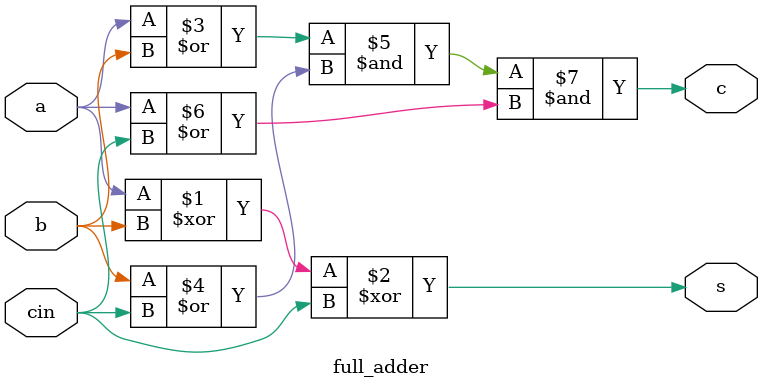
<source format=v>
module full_adder(input a,b,cin,output s,c);

assign s=a^b^cin;
assign c=(a|b)&(b|cin)&(a|cin);

endmodule

</source>
